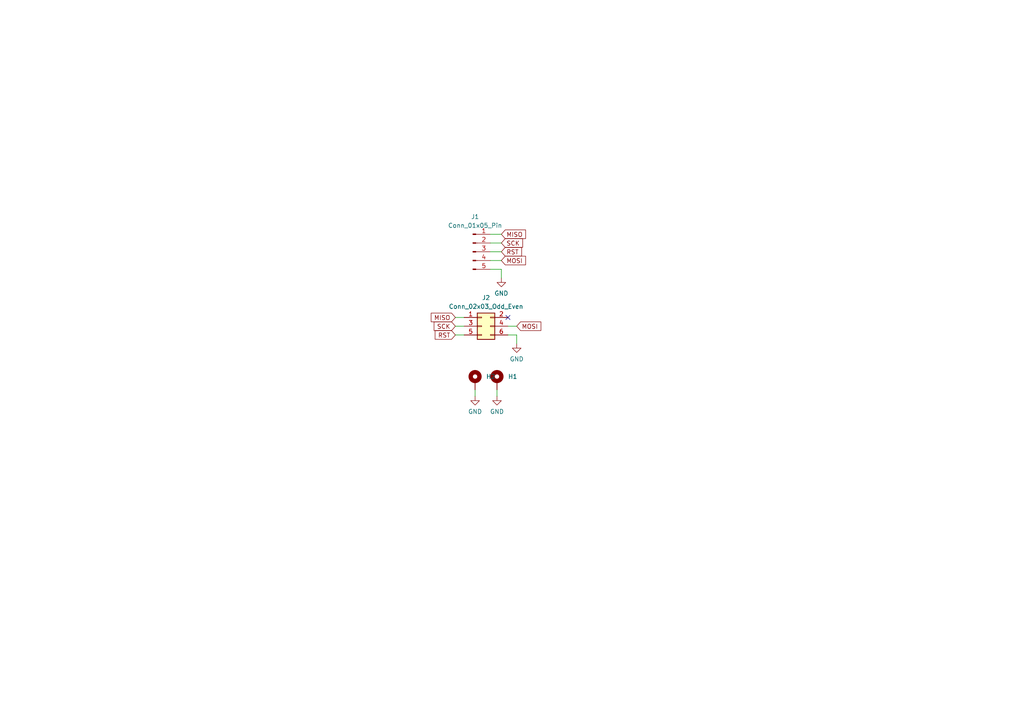
<source format=kicad_sch>
(kicad_sch (version 20230121) (generator eeschema)
  (paper "A4")
  (lib_symbols
    (symbol "Connector:Conn_01x05_Pin" (pin_names (offset 1.016) hide)
      (property "Reference" "J" (at 0 7.62 0))
      (property "Value" "Conn_01x05_Pin" (at 0 -7.62 0))
      (symbol "Conn_01x05_Pin_1_1"
        (polyline (pts (xy 1.27 -5.08) (xy 0.8636 -5.08)) (stroke (width 0.1524)))
        (polyline (pts (xy 1.27 -2.54) (xy 0.8636 -2.54)) (stroke (width 0.1524)))
        (polyline (pts (xy 1.27 0) (xy 0.8636 0)) (stroke (width 0.1524)))
        (polyline (pts (xy 1.27 2.54) (xy 0.8636 2.54)) (stroke (width 0.1524)))
        (polyline (pts (xy 1.27 5.08) (xy 0.8636 5.08)) (stroke (width 0.1524)))
        (rectangle (start 0.8636 -4.953) (end 0 -5.207) (stroke (width 0.1524)) (fill (type outline)))
        (rectangle (start 0.8636 -2.413) (end 0 -2.667) (stroke (width 0.1524)) (fill (type outline)))
        (rectangle (start 0.8636 0.127) (end 0 -0.127) (stroke (width 0.1524)) (fill (type outline)))
        (rectangle (start 0.8636 2.667) (end 0 2.413) (stroke (width 0.1524)) (fill (type outline)))
        (rectangle (start 0.8636 5.207) (end 0 4.953) (stroke (width 0.1524)) (fill (type outline)))
        (pin passive line (at 5.08 5.08 180) (length 3.81) (name "Pin_1") (number "1"))
        (pin passive line (at 5.08 2.54 180) (length 3.81) (name "Pin_2") (number "2"))
        (pin passive line (at 5.08 0 180) (length 3.81) (name "Pin_3") (number "3"))
        (pin passive line (at 5.08 -2.54 180) (length 3.81) (name "Pin_4") (number "4"))
        (pin passive line (at 5.08 -5.08 180) (length 3.81) (name "Pin_5") (number "5"))
      )
    )
    (symbol "Connector_Generic:Conn_02x03_Odd_Even" (pin_names (offset 1.016) hide)
      (property "Reference" "J" (at 1.27 5.08 0))
      (property "Value" "Conn_02x03_Odd_Even" (at 1.27 -5.08 0))
      (symbol "Conn_02x03_Odd_Even_1_1"
        (rectangle (start -1.27 -2.413) (end 0 -2.667) (stroke (width 0.1524)))
        (rectangle (start -1.27 0.127) (end 0 -0.127) (stroke (width 0.1524)))
        (rectangle (start -1.27 2.667) (end 0 2.413) (stroke (width 0.1524)))
        (rectangle (start -1.27 3.81) (end 3.81 -3.81) (stroke (width 0.254)) (fill (type background)))
        (rectangle (start 3.81 -2.413) (end 2.54 -2.667) (stroke (width 0.1524)))
        (rectangle (start 3.81 0.127) (end 2.54 -0.127) (stroke (width 0.1524)))
        (rectangle (start 3.81 2.667) (end 2.54 2.413) (stroke (width 0.1524)))
        (pin passive line (at -5.08 2.54 0) (length 3.81) (name "Pin_1") (number "1"))
        (pin passive line (at 7.62 2.54 180) (length 3.81) (name "Pin_2") (number "2"))
        (pin passive line (at -5.08 0 0) (length 3.81) (name "Pin_3") (number "3"))
        (pin passive line (at 7.62 0 180) (length 3.81) (name "Pin_4") (number "4"))
        (pin passive line (at -5.08 -2.54 0) (length 3.81) (name "Pin_5") (number "5"))
        (pin passive line (at 7.62 -2.54 180) (length 3.81) (name "Pin_6") (number "6"))
      )
    )
    (symbol "Mechanical:MountingHole_Pad" (pin_numbers hide) (pin_names (offset 1.016) hide)
      (property "Reference" "H" (at 0 6.35 0))
      (property "Value" "MountingHole_Pad" (at 0 4.445 0))
      (symbol "MountingHole_Pad_0_1"
        (circle (center 0 1.27) (radius 1.27) (stroke (width 1.27)))
      )
      (symbol "MountingHole_Pad_1_1"
        (pin input line (at 0 -2.54 90) (length 2.54) (name "1") (number "1"))
      )
    )
    (symbol "power:GND" (power) (pin_names (offset 0))
      (property "Value" "GND" (at 0 -3.81 0))
      (symbol "GND_0_1"
        (polyline (pts (xy 0 0) (xy 0 -1.27) (xy 1.27 -1.27) (xy 0 -2.54) (xy -1.27 -1.27) (xy 0 -1.27)))
      )
      (symbol "GND_1_1"
        (pin power_in line (at 0 0 270) (length 0) hide (name "GND") (number "1"))
      )
    )
  )
  (no_connect (at 147.32 92.075))
  (wire (pts (xy 132.08 97.155) (xy 134.62 97.155)))
  (wire (pts (xy 144.145 113.03) (xy 144.145 114.935)))
  (wire (pts (xy 142.24 73.025) (xy 145.415 73.025)))
  (wire (pts (xy 142.24 75.565) (xy 145.415 75.565)))
  (wire (pts (xy 149.86 97.155) (xy 149.86 99.695)))
  (wire (pts (xy 147.32 94.615) (xy 149.86 94.615)))
  (wire (pts (xy 142.24 70.485) (xy 145.415 70.485)))
  (wire (pts (xy 132.08 92.075) (xy 134.62 92.075)))
  (wire (pts (xy 147.32 97.155) (xy 149.86 97.155)))
  (wire (pts (xy 145.415 78.105) (xy 145.415 80.645)))
  (wire (pts (xy 132.08 94.615) (xy 134.62 94.615)))
  (wire (pts (xy 142.24 78.105) (xy 145.415 78.105)))
  (wire (pts (xy 137.795 113.03) (xy 137.795 114.935)))
  (wire (pts (xy 142.24 67.945) (xy 145.415 67.945)))
  (global_label "SCK" (shape input) (at 132.08 94.615 180) (property "Intersheetrefs" "${INTERSHEET_REFS}" (effects hide)))
  (global_label "RST" (shape input) (at 132.08 97.155 180) (property "Intersheetrefs" "${INTERSHEET_REFS}" (effects hide)))
  (global_label "SCK" (shape input) (at 145.415 70.485 0) (property "Intersheetrefs" "${INTERSHEET_REFS}" (effects hide)))
  (global_label "MISO" (shape input) (at 132.08 92.075 180) (property "Intersheetrefs" "${INTERSHEET_REFS}" (effects hide)))
  (global_label "MOSI" (shape input) (at 149.86 94.615 0) (property "Intersheetrefs" "${INTERSHEET_REFS}" (effects hide)))
  (global_label "MISO" (shape input) (at 145.415 67.945 0) (property "Intersheetrefs" "${INTERSHEET_REFS}" (effects hide)))
  (global_label "MOSI" (shape input) (at 145.415 75.565 0) (property "Intersheetrefs" "${INTERSHEET_REFS}" (effects hide)))
  (global_label "RST" (shape input) (at 145.415 73.025 0) (property "Intersheetrefs" "${INTERSHEET_REFS}" (effects hide)))
  (symbol (lib_id "Connector:Conn_01x05_Pin") (at 137.16 73.025 0) (unit 1)
    (property "Reference" "J1" (at 137.795 62.865 0))
    (property "Value" "Conn_01x05_Pin" (at 137.795 65.405 0))
    (property "Footprint" "Connector_PinHeader_2.54mm:PinHeader_1x05_P2.54mm_Vertical" (effects hide))
  )
  (symbol (lib_id "power:GND") (at 144.145 114.935 0) (unit 1)
    (property "Reference" "#PWR02" (effects hide))
    (property "Value" "GND" (at 144.145 119.38 0))
  )
  (symbol (lib_id "power:GND") (at 149.86 99.695 0) (unit 1)
    (property "Reference" "#PWR03" (effects hide))
    (property "Value" "GND" (at 149.86 104.14 0))
  )
  (symbol (lib_id "Mechanical:MountingHole_Pad") (at 144.145 110.49 0) (unit 1)
    (property "Reference" "H1" (at 147.32 109.22 0) (effects (justify left)))
    (property "Value" "MountingHole_Pad" (effects hide))
    (property "Footprint" "MountingHole:MountingHole_3mm_Pad_Via" (effects hide))
  )
  (symbol (lib_id "power:GND") (at 145.415 80.645 0) (unit 1)
    (property "Reference" "#PWR04" (effects hide))
    (property "Value" "GND" (at 145.415 85.09 0))
  )
  (symbol (lib_id "power:GND") (at 137.795 114.935 0) (unit 1)
    (property "Reference" "#PWR01" (effects hide))
    (property "Value" "GND" (at 137.795 119.38 0))
  )
  (symbol (lib_id "Mechanical:MountingHole_Pad") (at 137.795 110.49 0) (unit 1)
    (property "Reference" "H2" (at 140.97 109.22 0) (effects (justify left)))
    (property "Value" "MountingHole_Pad" (effects hide))
    (property "Footprint" "MountingHole:MountingHole_3mm_Pad_Via" (effects hide))
  )
  (symbol (lib_id "Connector_Generic:Conn_02x03_Odd_Even") (at 139.7 94.615 0) (unit 1)
    (property "Reference" "J2" (at 140.97 86.36 0))
    (property "Value" "Conn_02x03_Odd_Even" (at 140.97 88.9 0))
    (property "Footprint" "Connector_PinHeader_2.54mm:PinHeader_2x03_P2.54mm_Vertical" (effects hide))
  )
)
</source>
